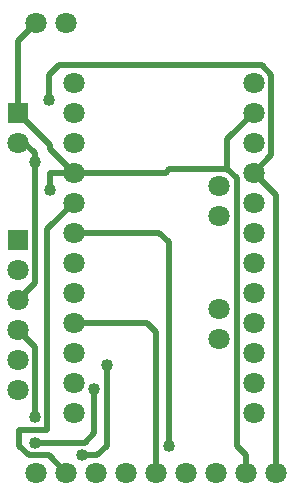
<source format=gbr>
G04 DipTrace 3.0.0.2*
G04 Bottom.gbr*
%MOIN*%
G04 #@! TF.FileFunction,Copper,L2,Bot*
G04 #@! TF.Part,Single*
G04 #@! TA.AperFunction,Conductor*
%ADD13C,0.02*%
G04 #@! TA.AperFunction,ComponentPad*
%ADD15R,0.070866X0.070866*%
%ADD16C,0.070866*%
G04 #@! TA.AperFunction,ViaPad*
%ADD17C,0.04*%
%FSLAX26Y26*%
G04*
G70*
G90*
G75*
G01*
G04 Bottom*
%LPD*%
X850000Y1300000D2*
D13*
X760433Y1210433D1*
Y1112433D1*
X792433Y1080433D1*
Y190000D1*
X825000Y157433D1*
Y100000D1*
X125000Y1600000D2*
X62500Y1537500D1*
Y1300000D1*
X250000Y1100000D2*
X171933D1*
Y1042000D1*
X250000Y1100000D2*
X555783D1*
X568217Y1112433D1*
X760433D1*
X62500Y1300000D2*
X171933Y1190567D1*
Y1178067D1*
X250000Y1100000D1*
X119933Y199433D2*
X285433D1*
X317433Y231433D1*
Y380004D1*
X119933Y284571D2*
Y517567D1*
X62500Y575000D1*
X359433Y457433D2*
Y189433D1*
X327433Y157433D1*
X277315D1*
X250000Y600000D2*
X493000D1*
X525000Y568000D1*
Y100000D1*
X567000Y189433D2*
Y868000D1*
X535000Y900000D1*
X250000D1*
X225000Y100000D2*
X167567Y157433D1*
X99571D1*
X67571Y189433D1*
Y241433D1*
X161933D1*
Y911933D1*
X250000Y1000000D1*
X62500Y1200000D2*
D3*
X119933Y1136000D2*
Y732433D1*
X62500Y675000D1*
Y1200000D2*
X84500D1*
X119933Y1164567D1*
Y1136000D1*
X925000Y100000D2*
Y1025000D1*
X850000Y1100000D1*
X907433Y1157433D1*
Y1425433D1*
X875433Y1457433D1*
X199571D1*
X167571Y1425433D1*
Y1342000D1*
D17*
X171933Y1042000D3*
X317433Y380004D3*
X119933Y199433D3*
Y284571D3*
X277315Y157433D3*
X359433Y457433D3*
X567000Y189433D3*
X119933Y1136000D3*
X167571Y1342000D3*
D15*
X62500Y875000D3*
D16*
Y775000D3*
Y675000D3*
Y575000D3*
Y475000D3*
Y375000D3*
D15*
Y1300000D3*
D16*
Y1200000D3*
X925000Y100000D3*
X825000D3*
X725000D3*
X625000D3*
X525000D3*
X425000D3*
X325000D3*
X225000D3*
X125000D3*
Y1600000D3*
X225000D3*
X735000Y955000D3*
Y1055000D3*
Y545000D3*
Y645000D3*
X850000Y1400000D3*
Y1300000D3*
Y1200000D3*
Y1100000D3*
Y1000000D3*
Y900000D3*
Y800000D3*
X850007Y699993D3*
X850000Y600000D3*
Y500000D3*
Y400000D3*
X850013Y299986D3*
X250000Y300000D3*
Y400000D3*
Y500000D3*
Y600000D3*
Y700000D3*
Y800000D3*
Y900000D3*
Y1000000D3*
Y1100000D3*
Y1200000D3*
Y1300000D3*
Y1400000D3*
M02*

</source>
